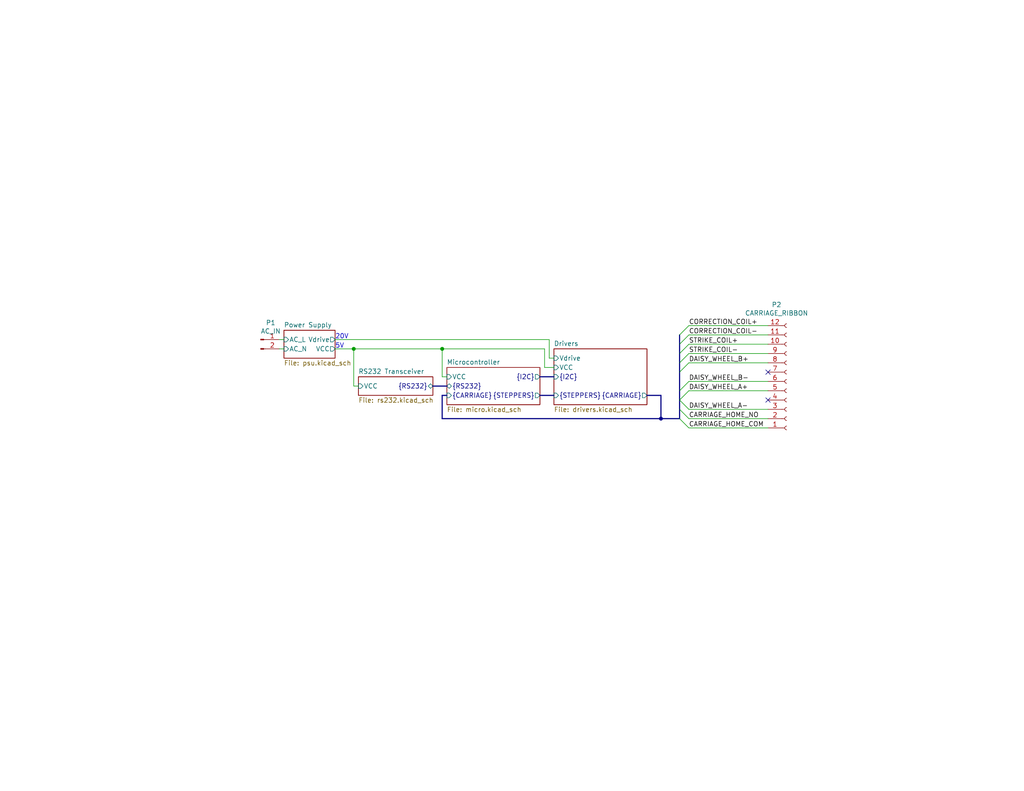
<source format=kicad_sch>
(kicad_sch (version 20211123) (generator eeschema)
  (paper "USLetter")
  (title_block (title "Brother Comptronic 300M Retrofit") (date "2022-07-15") (rev "1.0.0") (company "Zach Anderson"))
  (lib_symbols
    (symbol "Connector:Conn_01x02_Male" (pin_names (offset 1.016) hide)
      (property "Reference" "J" (at 0 2.54 0))
      (property "Value" "Conn_01x02_Male" (at 0 -5.08 0))
      (symbol "Conn_01x02_Male_1_1"
        (polyline (pts (xy 1.27 -2.54) (xy 0.8636 -2.54)) (stroke (width 0.1524)))
        (polyline (pts (xy 1.27 0) (xy 0.8636 0)) (stroke (width 0.1524)))
        (rectangle (start 0.8636 -2.413) (end 0 -2.667) (stroke (width 0.1524)) (fill (type outline)))
        (rectangle (start 0.8636 0.127) (end 0 -0.127) (stroke (width 0.1524)) (fill (type outline)))
        (pin passive line (at 5.08 0 180) (length 3.81) (name "Pin_1") (number "1"))
        (pin passive line (at 5.08 -2.54 180) (length 3.81) (name "Pin_2") (number "2"))
      )
    )
    (symbol "Connector:Conn_01x12_Female" (pin_names (offset 1.016) hide)
      (property "Reference" "J" (at 0 15.24 0))
      (property "Value" "Conn_01x12_Female" (at 0 -17.78 0))
      (symbol "Conn_01x12_Female_1_1"
        (arc (start 0 -14.732) (mid -0.508 -15.24) (end 0 -15.748) (stroke (width 0.1524)))
        (arc (start 0 -12.192) (mid -0.508 -12.7) (end 0 -13.208) (stroke (width 0.1524)))
        (arc (start 0 -9.652) (mid -0.508 -10.16) (end 0 -10.668) (stroke (width 0.1524)))
        (arc (start 0 -7.112) (mid -0.508 -7.62) (end 0 -8.128) (stroke (width 0.1524)))
        (arc (start 0 -4.572) (mid -0.508 -5.08) (end 0 -5.588) (stroke (width 0.1524)))
        (arc (start 0 -2.032) (mid -0.508 -2.54) (end 0 -3.048) (stroke (width 0.1524)))
        (polyline (pts (xy -1.27 -15.24) (xy -0.508 -15.24)) (stroke (width 0.1524)))
        (polyline (pts (xy -1.27 -12.7) (xy -0.508 -12.7)) (stroke (width 0.1524)))
        (polyline (pts (xy -1.27 -10.16) (xy -0.508 -10.16)) (stroke (width 0.1524)))
        (polyline (pts (xy -1.27 -7.62) (xy -0.508 -7.62)) (stroke (width 0.1524)))
        (polyline (pts (xy -1.27 -5.08) (xy -0.508 -5.08)) (stroke (width 0.1524)))
        (polyline (pts (xy -1.27 -2.54) (xy -0.508 -2.54)) (stroke (width 0.1524)))
        (polyline (pts (xy -1.27 0) (xy -0.508 0)) (stroke (width 0.1524)))
        (polyline (pts (xy -1.27 2.54) (xy -0.508 2.54)) (stroke (width 0.1524)))
        (polyline (pts (xy -1.27 5.08) (xy -0.508 5.08)) (stroke (width 0.1524)))
        (polyline (pts (xy -1.27 7.62) (xy -0.508 7.62)) (stroke (width 0.1524)))
        (polyline (pts (xy -1.27 10.16) (xy -0.508 10.16)) (stroke (width 0.1524)))
        (polyline (pts (xy -1.27 12.7) (xy -0.508 12.7)) (stroke (width 0.1524)))
        (arc (start 0 0.508) (mid -0.508 0) (end 0 -0.508) (stroke (width 0.1524)))
        (arc (start 0 3.048) (mid -0.508 2.54) (end 0 2.032) (stroke (width 0.1524)))
        (arc (start 0 5.588) (mid -0.508 5.08) (end 0 4.572) (stroke (width 0.1524)))
        (arc (start 0 8.128) (mid -0.508 7.62) (end 0 7.112) (stroke (width 0.1524)))
        (arc (start 0 10.668) (mid -0.508 10.16) (end 0 9.652) (stroke (width 0.1524)))
        (arc (start 0 13.208) (mid -0.508 12.7) (end 0 12.192) (stroke (width 0.1524)))
        (pin passive line (at -5.08 12.7 0) (length 3.81) (name "Pin_1") (number "1"))
        (pin passive line (at -5.08 -10.16 0) (length 3.81) (name "Pin_10") (number "10"))
        (pin passive line (at -5.08 -12.7 0) (length 3.81) (name "Pin_11") (number "11"))
        (pin passive line (at -5.08 -15.24 0) (length 3.81) (name "Pin_12") (number "12"))
        (pin passive line (at -5.08 10.16 0) (length 3.81) (name "Pin_2") (number "2"))
        (pin passive line (at -5.08 7.62 0) (length 3.81) (name "Pin_3") (number "3"))
        (pin passive line (at -5.08 5.08 0) (length 3.81) (name "Pin_4") (number "4"))
        (pin passive line (at -5.08 2.54 0) (length 3.81) (name "Pin_5") (number "5"))
        (pin passive line (at -5.08 0 0) (length 3.81) (name "Pin_6") (number "6"))
        (pin passive line (at -5.08 -2.54 0) (length 3.81) (name "Pin_7") (number "7"))
        (pin passive line (at -5.08 -5.08 0) (length 3.81) (name "Pin_8") (number "8"))
        (pin passive line (at -5.08 -7.62 0) (length 3.81) (name "Pin_9") (number "9"))
      )
    )
  )
  (bus_alias "CARRIAGE" (members "CORRECTION_COIL+" "CORRECTION_COIL-" "STRIKE_COIL+" "STRIKE_COIL-" "DAISY_WHEEL_B+" "DAISY_WHEEL_B-" "DAISY_WHEEL_A+" "DAISY_WHEEL_A-" "CARRIAGE_HOME_NO" "CARRIAGE_HOME_COM"))
  (junction (at 120.65 95.25))
  (junction (at 96.52 95.25))
  (junction (at 180.34 114.3))
  (no_connect (at 209.55 109.22))
  (no_connect (at 209.55 101.6))
  (bus_entry (at 185.42 114.3) (size 2.54 2.54))
  (bus_entry (at 185.42 99.06) (size 2.54 -2.54))
  (bus_entry (at 185.42 96.52) (size 2.54 -2.54))
  (bus_entry (at 185.42 111.76) (size 2.54 2.54))
  (bus_entry (at 185.42 101.6) (size 2.54 -2.54))
  (bus_entry (at 185.42 109.22) (size 2.54 2.54))
  (bus_entry (at 185.42 109.22) (size 2.54 -2.54))
  (bus_entry (at 185.42 93.98) (size 2.54 -2.54))
  (bus_entry (at 185.42 106.68) (size 2.54 -2.54))
  (bus_entry (at 185.42 91.44) (size 2.54 -2.54))
  (wire (pts (xy 76.2 92.71) (xy 77.47 92.71)))
  (wire (pts (xy 209.55 93.98) (xy 187.96 93.98)))
  (bus (pts (xy 185.42 111.76) (xy 185.42 114.3)))
  (wire (pts (xy 187.96 114.3) (xy 209.55 114.3)))
  (wire (pts (xy 97.79 105.41) (xy 96.52 105.41)))
  (wire (pts (xy 76.2 95.25) (xy 77.47 95.25)))
  (bus (pts (xy 185.42 91.44) (xy 185.42 93.98)))
  (wire (pts (xy 91.44 95.25) (xy 96.52 95.25)))
  (wire (pts (xy 96.52 95.25) (xy 96.52 105.41)))
  (wire (pts (xy 209.55 99.06) (xy 187.96 99.06)))
  (wire (pts (xy 209.55 88.9) (xy 187.96 88.9)))
  (wire (pts (xy 209.55 106.68) (xy 187.96 106.68)))
  (bus (pts (xy 147.32 107.95) (xy 151.13 107.95)))
  (bus (pts (xy 185.42 93.98) (xy 185.42 96.52)))
  (bus (pts (xy 121.92 107.95) (xy 120.65 107.95)))
  (bus (pts (xy 180.34 114.3) (xy 185.42 114.3)))
  (wire (pts (xy 149.86 97.79) (xy 149.86 92.71)))
  (bus (pts (xy 185.42 101.6) (xy 185.42 106.68)))
  (wire (pts (xy 120.65 95.25) (xy 148.59 95.25)))
  (wire (pts (xy 96.52 95.25) (xy 120.65 95.25)))
  (wire (pts (xy 149.86 92.71) (xy 91.44 92.71)))
  (bus (pts (xy 185.42 96.52) (xy 185.42 99.06)))
  (wire (pts (xy 209.55 91.44) (xy 187.96 91.44)))
  (bus (pts (xy 118.11 105.41) (xy 121.92 105.41)))
  (bus (pts (xy 180.34 107.95) (xy 180.34 114.3)))
  (wire (pts (xy 209.55 111.76) (xy 187.96 111.76)))
  (bus (pts (xy 185.42 106.68) (xy 185.42 109.22)))
  (wire (pts (xy 209.55 104.14) (xy 187.96 104.14)))
  (bus (pts (xy 185.42 99.06) (xy 185.42 101.6)))
  (wire (pts (xy 151.13 100.33) (xy 148.59 100.33)))
  (bus (pts (xy 147.32 102.87) (xy 151.13 102.87)))
  (wire (pts (xy 120.65 102.87) (xy 120.65 95.25)))
  (bus (pts (xy 176.53 107.95) (xy 180.34 107.95)))
  (wire (pts (xy 148.59 100.33) (xy 148.59 95.25)))
  (wire (pts (xy 209.55 96.52) (xy 187.96 96.52)))
  (bus (pts (xy 185.42 109.22) (xy 185.42 111.76)))
  (wire (pts (xy 187.96 116.84) (xy 209.55 116.84)))
  (bus (pts (xy 120.65 114.3) (xy 180.34 114.3)))
  (wire (pts (xy 151.13 97.79) (xy 149.86 97.79)))
  (wire (pts (xy 121.92 102.87) (xy 120.65 102.87)))
  (bus (pts (xy 120.65 107.95) (xy 120.65 114.3)))
  (text "5V" (at 91.44 95.25 0) (effects (font (size 1.27 1.27)) (justify left bottom)))
  (text "20V" (at 91.44 92.71 0) (effects (font (size 1.27 1.27)) (justify left bottom)))
  (label "DAISY_WHEEL_B+" (at 187.96 99.06 0))
  (label "CORRECTION_COIL+" (at 187.96 88.9 0))
  (label "CARRIAGE_HOME_NO" (at 187.96 114.3 0))
  (label "DAISY_WHEEL_A+" (at 187.96 106.68 0))
  (label "DAISY_WHEEL_A-" (at 187.96 111.76 0))
  (label "DAISY_WHEEL_B-" (at 187.96 104.14 0))
  (label "STRIKE_COIL+" (at 187.96 93.98 0))
  (label "CARRIAGE_HOME_COM" (at 187.96 116.84 0))
  (label "CORRECTION_COIL-" (at 187.96 91.44 0))
  (label "STRIKE_COIL-" (at 187.96 96.52 0))
  (symbol (lib_id "Connector:Conn_01x12_Female") (at 214.63 104.14 0) (mirror x) (unit 1)
    (property "Reference" "P2" (at 211.8868 83.185 0))
    (property "Value" "CARRIAGE_RIBBON" (at 211.8868 85.4964 0))
  )
  (symbol (lib_id "Connector:Conn_01x02_Male") (at 71.12 92.71 0) (unit 1)
    (property "Reference" "P1" (at 73.8632 88.1126 0))
    (property "Value" "AC_IN" (at 73.8632 90.424 0))
  )
  (sheet (at 97.79 102.87) (size 20.32 5.08)
    (property "Sheet name" "RS232 Transceiver" (at 97.79 102.1584 0) (effects (justify left bottom)))
    (property "Sheet file" "rs232.kicad_sch" (at 97.79 108.5346 0) (effects (justify left top)))
    (pin "{RS232}" bidirectional (at 118.11 105.41 0))
    (pin "VCC" input (at 97.79 105.41 180))
  )
  (sheet (at 77.47 90.17) (size 13.97 7.62)
    (property "Sheet name" "Power Supply" (at 77.47 89.4584 0) (effects (justify left bottom)))
    (property "Sheet file" "psu.kicad_sch" (at 77.47 98.3746 0) (effects (justify left top)))
    (pin "AC_L" input (at 77.47 92.71 180))
    (pin "AC_N" input (at 77.47 95.25 180))
    (pin "Vdrive" output (at 91.44 92.71 0))
    (pin "VCC" output (at 91.44 95.25 0))
  )
  (sheet (at 151.13 95.25) (size 25.4 15.24)
    (property "Sheet name" "Drivers" (at 151.13 94.5384 0) (effects (justify left bottom)))
    (property "Sheet file" "drivers.kicad_sch" (at 151.13 111.0746 0) (effects (justify left top)))
    (pin "{CARRIAGE}" output (at 176.53 107.95 0))
    (pin "{STEPPERS}" input (at 151.13 107.95 180))
    (pin "Vdrive" input (at 151.13 97.79 180))
    (pin "VCC" input (at 151.13 100.33 180))
    (pin "{I2C}" input (at 151.13 102.87 180))
  )
  (sheet (at 121.92 100.33) (size 25.4 10.16)
    (property "Sheet name" "Microcontroller" (at 121.92 99.6184 0) (effects (justify left bottom)))
    (property "Sheet file" "micro.kicad_sch" (at 121.92 111.0746 0) (effects (justify left top)))
    (pin "{RS232}" bidirectional (at 121.92 105.41 180))
    (pin "{STEPPERS}" output (at 147.32 107.95 0))
    (pin "{CARRIAGE}" input (at 121.92 107.95 180))
    (pin "VCC" input (at 121.92 102.87 180))
    (pin "{I2C}" output (at 147.32 102.87 0))
  )
)
</source>
